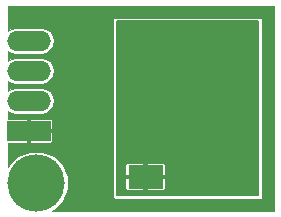
<source format=gbr>
G04 #@! TF.FileFunction,Copper,L2,Bot,Signal*
%FSLAX46Y46*%
G04 Gerber Fmt 4.6, Leading zero omitted, Abs format (unit mm)*
G04 Created by KiCad (PCBNEW 4.0.2+dfsg1-stable) date ons 25 jan 2017 10:37:56 CET*
%MOMM*%
G01*
G04 APERTURE LIST*
%ADD10C,0.100000*%
%ADD11R,3.000000X2.000000*%
%ADD12R,3.700000X1.727200*%
%ADD13O,3.700000X1.727200*%
%ADD14C,4.850000*%
%ADD15C,0.200000*%
G04 APERTURE END LIST*
D10*
D11*
X11811000Y3048000D03*
D12*
X1905000Y6985000D03*
D13*
X1905000Y9525000D03*
X1905000Y12065000D03*
X1905000Y14605000D03*
D14*
X2540000Y2540000D03*
D10*
G36*
X22660000Y200000D02*
X3881639Y200000D01*
X4053286Y270923D01*
X4806432Y1022756D01*
X5214534Y2005575D01*
X5215463Y3069756D01*
X4809077Y4053286D01*
X4057244Y4806432D01*
X3074425Y5214534D01*
X2010244Y5215463D01*
X1026714Y4809077D01*
X273568Y4057244D01*
X200000Y3880073D01*
X200000Y5963400D01*
X1711500Y5963400D01*
X1751000Y6002900D01*
X1751000Y6831000D01*
X2059000Y6831000D01*
X2059000Y6002900D01*
X2098500Y5963400D01*
X3786428Y5963400D01*
X3844500Y5987454D01*
X3888946Y6031900D01*
X3913000Y6089972D01*
X3913000Y6791500D01*
X3873500Y6831000D01*
X2059000Y6831000D01*
X1751000Y6831000D01*
X1731000Y6831000D01*
X1731000Y7139000D01*
X1751000Y7139000D01*
X1751000Y7967100D01*
X2059000Y7967100D01*
X2059000Y7139000D01*
X3873500Y7139000D01*
X3913000Y7178500D01*
X3913000Y7880028D01*
X3888946Y7938100D01*
X3844500Y7982546D01*
X3786428Y8006600D01*
X2098500Y8006600D01*
X2059000Y7967100D01*
X1751000Y7967100D01*
X1711500Y8006600D01*
X200000Y8006600D01*
X200000Y8664083D01*
X451303Y8496168D01*
X877459Y8411400D01*
X2932541Y8411400D01*
X3358697Y8496168D01*
X3719975Y8737566D01*
X3961373Y9098844D01*
X4046141Y9525000D01*
X3961373Y9951156D01*
X3719975Y10312434D01*
X3358697Y10553832D01*
X2932541Y10638600D01*
X877459Y10638600D01*
X451303Y10553832D01*
X200000Y10385917D01*
X200000Y11204083D01*
X451303Y11036168D01*
X877459Y10951400D01*
X2932541Y10951400D01*
X3358697Y11036168D01*
X3719975Y11277566D01*
X3961373Y11638844D01*
X4046141Y12065000D01*
X3961373Y12491156D01*
X3719975Y12852434D01*
X3358697Y13093832D01*
X2932541Y13178600D01*
X877459Y13178600D01*
X451303Y13093832D01*
X200000Y12925917D01*
X200000Y13744083D01*
X451303Y13576168D01*
X877459Y13491400D01*
X2932541Y13491400D01*
X3358697Y13576168D01*
X3719975Y13817566D01*
X3961373Y14178844D01*
X4046141Y14605000D01*
X3961373Y15031156D01*
X3719975Y15392434D01*
X3358697Y15633832D01*
X2932541Y15718600D01*
X877459Y15718600D01*
X451303Y15633832D01*
X200000Y15465917D01*
X200000Y16510000D01*
X9094000Y16510000D01*
X9094000Y1270000D01*
X9097939Y1250547D01*
X9109136Y1234160D01*
X9125827Y1223419D01*
X9144000Y1220000D01*
X21590000Y1220000D01*
X21609453Y1223939D01*
X21625840Y1235136D01*
X21636581Y1251827D01*
X21640000Y1270000D01*
X21640000Y16510000D01*
X21636061Y16529453D01*
X21624864Y16545840D01*
X21608173Y16556581D01*
X21590000Y16560000D01*
X9144000Y16560000D01*
X9124547Y16556061D01*
X9108160Y16544864D01*
X9097419Y16528173D01*
X9094000Y16510000D01*
X200000Y16510000D01*
X200000Y17580000D01*
X22660000Y17580000D01*
X22660000Y200000D01*
X22660000Y200000D01*
G37*
X22660000Y200000D02*
X3881639Y200000D01*
X4053286Y270923D01*
X4806432Y1022756D01*
X5214534Y2005575D01*
X5215463Y3069756D01*
X4809077Y4053286D01*
X4057244Y4806432D01*
X3074425Y5214534D01*
X2010244Y5215463D01*
X1026714Y4809077D01*
X273568Y4057244D01*
X200000Y3880073D01*
X200000Y5963400D01*
X1711500Y5963400D01*
X1751000Y6002900D01*
X1751000Y6831000D01*
X2059000Y6831000D01*
X2059000Y6002900D01*
X2098500Y5963400D01*
X3786428Y5963400D01*
X3844500Y5987454D01*
X3888946Y6031900D01*
X3913000Y6089972D01*
X3913000Y6791500D01*
X3873500Y6831000D01*
X2059000Y6831000D01*
X1751000Y6831000D01*
X1731000Y6831000D01*
X1731000Y7139000D01*
X1751000Y7139000D01*
X1751000Y7967100D01*
X2059000Y7967100D01*
X2059000Y7139000D01*
X3873500Y7139000D01*
X3913000Y7178500D01*
X3913000Y7880028D01*
X3888946Y7938100D01*
X3844500Y7982546D01*
X3786428Y8006600D01*
X2098500Y8006600D01*
X2059000Y7967100D01*
X1751000Y7967100D01*
X1711500Y8006600D01*
X200000Y8006600D01*
X200000Y8664083D01*
X451303Y8496168D01*
X877459Y8411400D01*
X2932541Y8411400D01*
X3358697Y8496168D01*
X3719975Y8737566D01*
X3961373Y9098844D01*
X4046141Y9525000D01*
X3961373Y9951156D01*
X3719975Y10312434D01*
X3358697Y10553832D01*
X2932541Y10638600D01*
X877459Y10638600D01*
X451303Y10553832D01*
X200000Y10385917D01*
X200000Y11204083D01*
X451303Y11036168D01*
X877459Y10951400D01*
X2932541Y10951400D01*
X3358697Y11036168D01*
X3719975Y11277566D01*
X3961373Y11638844D01*
X4046141Y12065000D01*
X3961373Y12491156D01*
X3719975Y12852434D01*
X3358697Y13093832D01*
X2932541Y13178600D01*
X877459Y13178600D01*
X451303Y13093832D01*
X200000Y12925917D01*
X200000Y13744083D01*
X451303Y13576168D01*
X877459Y13491400D01*
X2932541Y13491400D01*
X3358697Y13576168D01*
X3719975Y13817566D01*
X3961373Y14178844D01*
X4046141Y14605000D01*
X3961373Y15031156D01*
X3719975Y15392434D01*
X3358697Y15633832D01*
X2932541Y15718600D01*
X877459Y15718600D01*
X451303Y15633832D01*
X200000Y15465917D01*
X200000Y16510000D01*
X9094000Y16510000D01*
X9094000Y1270000D01*
X9097939Y1250547D01*
X9109136Y1234160D01*
X9125827Y1223419D01*
X9144000Y1220000D01*
X21590000Y1220000D01*
X21609453Y1223939D01*
X21625840Y1235136D01*
X21636581Y1251827D01*
X21640000Y1270000D01*
X21640000Y16510000D01*
X21636061Y16529453D01*
X21624864Y16545840D01*
X21608173Y16556581D01*
X21590000Y16560000D01*
X9144000Y16560000D01*
X9124547Y16556061D01*
X9108160Y16544864D01*
X9097419Y16528173D01*
X9094000Y16510000D01*
X200000Y16510000D01*
X200000Y17580000D01*
X22660000Y17580000D01*
X22660000Y200000D01*
D15*
G36*
X21363000Y1497000D02*
X9371000Y1497000D01*
X9371000Y2892000D01*
X10103000Y2892000D01*
X10103000Y2006626D01*
X10134666Y1930178D01*
X10193177Y1871666D01*
X10269626Y1840000D01*
X11655000Y1840000D01*
X11707000Y1892000D01*
X11707000Y2944000D01*
X11915000Y2944000D01*
X11915000Y1892000D01*
X11967000Y1840000D01*
X13352374Y1840000D01*
X13428823Y1871666D01*
X13487334Y1930178D01*
X13519000Y2006626D01*
X13519000Y2892000D01*
X13467000Y2944000D01*
X11915000Y2944000D01*
X11707000Y2944000D01*
X10155000Y2944000D01*
X10103000Y2892000D01*
X9371000Y2892000D01*
X9371000Y4089374D01*
X10103000Y4089374D01*
X10103000Y3204000D01*
X10155000Y3152000D01*
X11707000Y3152000D01*
X11707000Y4204000D01*
X11915000Y4204000D01*
X11915000Y3152000D01*
X13467000Y3152000D01*
X13519000Y3204000D01*
X13519000Y4089374D01*
X13487334Y4165822D01*
X13428823Y4224334D01*
X13352374Y4256000D01*
X11967000Y4256000D01*
X11915000Y4204000D01*
X11707000Y4204000D01*
X11655000Y4256000D01*
X10269626Y4256000D01*
X10193177Y4224334D01*
X10134666Y4165822D01*
X10103000Y4089374D01*
X9371000Y4089374D01*
X9371000Y16283000D01*
X21363000Y16283000D01*
X21363000Y1497000D01*
X21363000Y1497000D01*
G37*
X21363000Y1497000D02*
X9371000Y1497000D01*
X9371000Y2892000D01*
X10103000Y2892000D01*
X10103000Y2006626D01*
X10134666Y1930178D01*
X10193177Y1871666D01*
X10269626Y1840000D01*
X11655000Y1840000D01*
X11707000Y1892000D01*
X11707000Y2944000D01*
X11915000Y2944000D01*
X11915000Y1892000D01*
X11967000Y1840000D01*
X13352374Y1840000D01*
X13428823Y1871666D01*
X13487334Y1930178D01*
X13519000Y2006626D01*
X13519000Y2892000D01*
X13467000Y2944000D01*
X11915000Y2944000D01*
X11707000Y2944000D01*
X10155000Y2944000D01*
X10103000Y2892000D01*
X9371000Y2892000D01*
X9371000Y4089374D01*
X10103000Y4089374D01*
X10103000Y3204000D01*
X10155000Y3152000D01*
X11707000Y3152000D01*
X11707000Y4204000D01*
X11915000Y4204000D01*
X11915000Y3152000D01*
X13467000Y3152000D01*
X13519000Y3204000D01*
X13519000Y4089374D01*
X13487334Y4165822D01*
X13428823Y4224334D01*
X13352374Y4256000D01*
X11967000Y4256000D01*
X11915000Y4204000D01*
X11707000Y4204000D01*
X11655000Y4256000D01*
X10269626Y4256000D01*
X10193177Y4224334D01*
X10134666Y4165822D01*
X10103000Y4089374D01*
X9371000Y4089374D01*
X9371000Y16283000D01*
X21363000Y16283000D01*
X21363000Y1497000D01*
M02*

</source>
